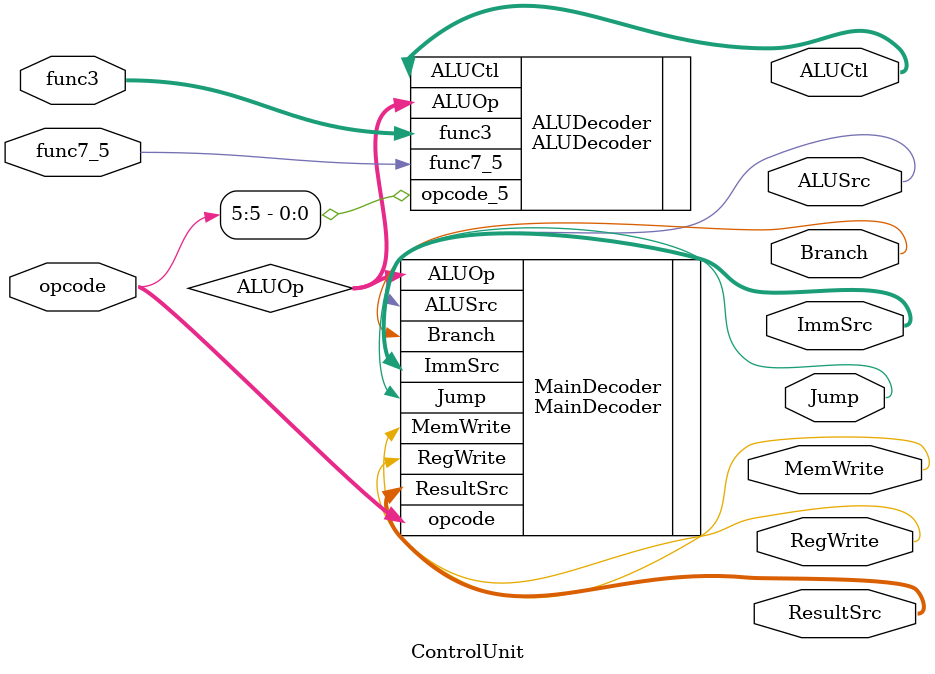
<source format=v>
module ControlUnit(
    input [6:0]opcode,
    input [2:0]func3,
    input func7_5,
    output [3:0]ALUCtl,
    output [1:0]ResultSrc,
    output [1:0]ImmSrc,
    output Branch,Jump,
    output MemWrite,ALUSrc,RegWrite
);


wire [1:0]ALUOp;


MainDecoder MainDecoder(
    .opcode(opcode),
    .ResultSrc(ResultSrc),
    .ImmSrc(ImmSrc),
    .ALUOp(ALUOp),
    .Branch(Branch),
    .Jump(Jump),
    .MemWrite(MemWrite),
    .ALUSrc(ALUSrc),
    .RegWrite(RegWrite)
);

ALUDecoder ALUDecoder(
    .ALUOp(ALUOp),
    .func3(func3),
    .func7_5(func7_5),
    .opcode_5(opcode[5]),
    .ALUCtl(ALUCtl)
);



endmodule
</source>
